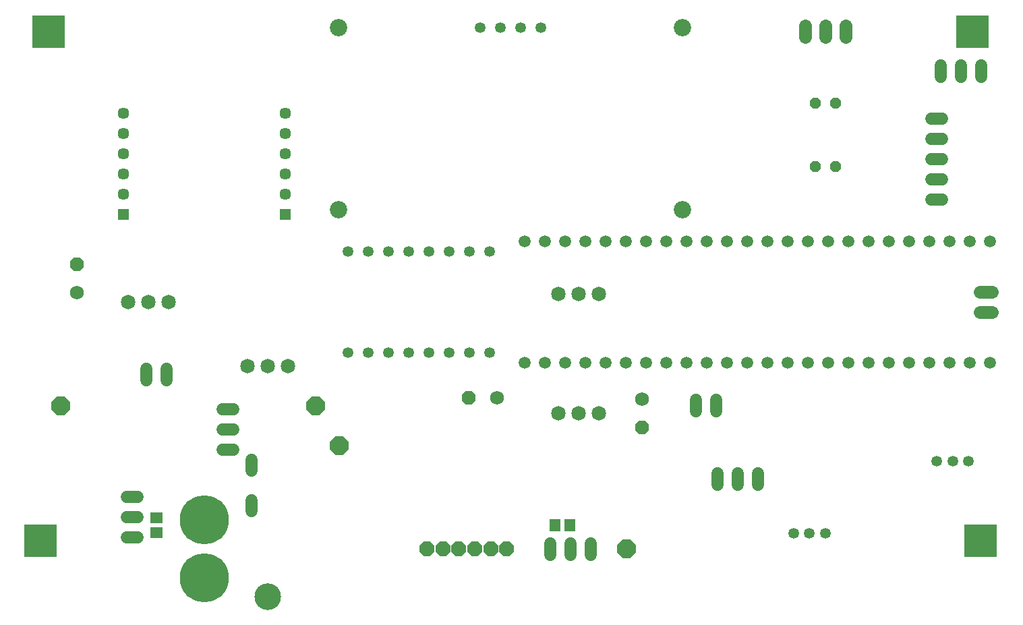
<source format=gbr>
G04 EAGLE Gerber RS-274X export*
G75*
%MOMM*%
%FSLAX34Y34*%
%LPD*%
%INSoldermask Bottom*%
%IPPOS*%
%AMOC8*
5,1,8,0,0,1.08239X$1,22.5*%
G01*
%ADD10C,3.350000*%
%ADD11C,1.515200*%
%ADD12C,1.650000*%
%ADD13R,1.450000X1.450000*%
%ADD14C,1.450000*%
%ADD15C,1.550000*%
%ADD16P,1.976877X8X202.500000*%
%ADD17C,1.350000*%
%ADD18C,1.566000*%
%ADD19C,2.182000*%
%ADD20C,6.150000*%
%ADD21C,1.826400*%
%ADD22P,1.894399X8X112.500000*%
%ADD23C,1.750200*%
%ADD24P,1.894399X8X202.500000*%
%ADD25P,1.894399X8X292.500000*%
%ADD26R,1.450000X1.650000*%
%ADD27R,1.650000X1.450000*%
%ADD28P,1.475081X8X202.500000*%
%ADD29P,2.499239X8X22.500000*%
%ADD30R,4.110000X4.110000*%


D10*
X310000Y40000D03*
D11*
X1217100Y486200D03*
X1191700Y486200D03*
X1166300Y486200D03*
X1140900Y486200D03*
X1115500Y486200D03*
X1090100Y486200D03*
X1064700Y486200D03*
X1039300Y486200D03*
X1013900Y486200D03*
X988500Y486200D03*
X963100Y486200D03*
X937700Y486200D03*
X912300Y486200D03*
X886900Y486200D03*
X836100Y486200D03*
X810700Y486200D03*
X785300Y486200D03*
X759900Y486200D03*
X886900Y333800D03*
X912300Y333800D03*
X937700Y333800D03*
X963100Y333800D03*
X988500Y333800D03*
X1013900Y333800D03*
X1039300Y333800D03*
X1064700Y333800D03*
X1090100Y333800D03*
X1115500Y333800D03*
X1140900Y333800D03*
X1166300Y333800D03*
X1191700Y333800D03*
X1217100Y333800D03*
X861500Y486200D03*
X759900Y333800D03*
X785300Y333800D03*
X810700Y333800D03*
X836100Y333800D03*
X861500Y333800D03*
X734500Y486200D03*
X709100Y486200D03*
X683700Y486200D03*
X658300Y486200D03*
X632900Y486200D03*
X632900Y333800D03*
X734500Y333800D03*
X709100Y333800D03*
X683700Y333800D03*
X658300Y333800D03*
D12*
X1204400Y422700D02*
X1219400Y422700D01*
X1219400Y397300D02*
X1204400Y397300D01*
D13*
X331600Y520000D03*
D14*
X331600Y545400D03*
D13*
X128400Y520000D03*
D14*
X331600Y647000D03*
X128400Y647000D03*
X331600Y570800D03*
X128400Y596200D03*
X128400Y621600D03*
X331600Y596200D03*
X331600Y621600D03*
X128400Y545400D03*
X128400Y570800D03*
D15*
X690000Y107000D02*
X690000Y93000D01*
X664600Y93000D02*
X664600Y107000D01*
X715400Y107000D02*
X715400Y93000D01*
X147000Y140000D02*
X133000Y140000D01*
X133000Y114600D02*
X147000Y114600D01*
X147000Y165400D02*
X133000Y165400D01*
D16*
X590000Y100000D03*
X570000Y100000D03*
X550000Y100000D03*
X530000Y100000D03*
X610000Y100000D03*
X510000Y100000D03*
D17*
X588900Y473500D03*
X563500Y473500D03*
X538100Y473500D03*
X512700Y473500D03*
X487300Y473500D03*
X461900Y473500D03*
X436500Y473500D03*
X411100Y473500D03*
X588900Y346500D03*
X563500Y346500D03*
X538100Y346500D03*
X512700Y346500D03*
X487300Y346500D03*
X461900Y346500D03*
X436500Y346500D03*
X411100Y346500D03*
D12*
X1035400Y742500D02*
X1035400Y757500D01*
X1010000Y757500D02*
X1010000Y742500D01*
X984600Y742500D02*
X984600Y757500D01*
D18*
X925400Y195180D02*
X925400Y181020D01*
X900000Y181020D02*
X900000Y195180D01*
X874600Y195180D02*
X874600Y181020D01*
D17*
X990000Y120000D03*
X1010000Y120000D03*
X970000Y120000D03*
D19*
X399100Y754300D03*
X830900Y754300D03*
X399100Y525700D03*
X830900Y525700D03*
D17*
X576900Y754300D03*
X602300Y754300D03*
X627700Y754300D03*
X653100Y754300D03*
D20*
X230000Y136250D03*
X230000Y63750D03*
D15*
X290000Y198400D02*
X290000Y212400D01*
X290000Y161600D02*
X290000Y147600D01*
D21*
X674600Y270000D03*
X700000Y270000D03*
X725400Y270000D03*
X674600Y420000D03*
X700000Y420000D03*
X725400Y420000D03*
X185400Y410000D03*
X160000Y410000D03*
X134600Y410000D03*
X335400Y330000D03*
X310000Y330000D03*
X284600Y330000D03*
D22*
X70000Y457780D03*
D23*
X70000Y422220D03*
D24*
X562220Y290000D03*
D23*
X597780Y290000D03*
D25*
X780000Y252220D03*
D23*
X780000Y287780D03*
D26*
X670500Y130000D03*
X689500Y130000D03*
D27*
X170000Y120500D03*
X170000Y139500D03*
D28*
X1022700Y660000D03*
X997300Y660000D03*
X1022700Y580000D03*
X997300Y580000D03*
D18*
X1205400Y692920D02*
X1205400Y707080D01*
X1180000Y707080D02*
X1180000Y692920D01*
X1154600Y692920D02*
X1154600Y707080D01*
X1157080Y640800D02*
X1142920Y640800D01*
X1142920Y615400D02*
X1157080Y615400D01*
X1157080Y590000D02*
X1142920Y590000D01*
X1142920Y564600D02*
X1157080Y564600D01*
X1157080Y539200D02*
X1142920Y539200D01*
X157300Y326080D02*
X157300Y311920D01*
X182700Y311920D02*
X182700Y326080D01*
X847300Y287080D02*
X847300Y272920D01*
X872700Y272920D02*
X872700Y287080D01*
X267080Y275400D02*
X252920Y275400D01*
X252920Y250000D02*
X267080Y250000D01*
X267080Y224600D02*
X252920Y224600D01*
D29*
X400000Y230000D03*
X50000Y280000D03*
X760000Y100000D03*
D17*
X1170000Y210000D03*
X1190000Y210000D03*
X1150000Y210000D03*
D29*
X370000Y280000D03*
D30*
X35000Y750000D03*
X1195000Y750000D03*
X25000Y110000D03*
X1205000Y110000D03*
M02*

</source>
